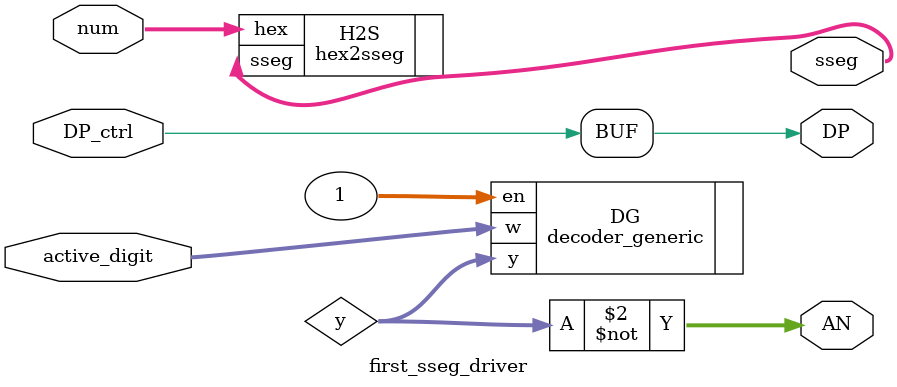
<source format=v>
`timescale 1ns / 1ps


module first_sseg_driver(
    input [2:0] active_digit,
    input [3:0] num,
    input DP_ctrl,
    output [6:0] sseg,
    output [0:7] AN,
    output DP
    );
    
    wire [7:0] y;
    
    assign DP = DP_ctrl;
    
    decoder_generic #(.N(3))DG(
    .w(active_digit),
    .en(1),
    .y(y)
    );
    
    assign AN = ~y;
    
    hex2sseg H2S(
    .hex(num),
    .sseg(sseg)
    );
    
    
endmodule

</source>
